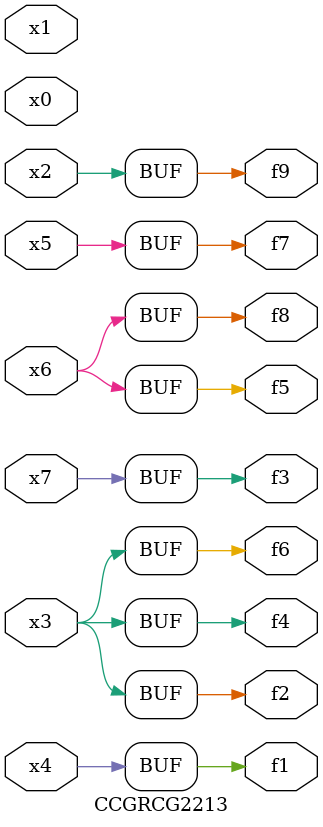
<source format=v>
module CCGRCG2213(
	input x0, x1, x2, x3, x4, x5, x6, x7,
	output f1, f2, f3, f4, f5, f6, f7, f8, f9
);
	assign f1 = x4;
	assign f2 = x3;
	assign f3 = x7;
	assign f4 = x3;
	assign f5 = x6;
	assign f6 = x3;
	assign f7 = x5;
	assign f8 = x6;
	assign f9 = x2;
endmodule

</source>
